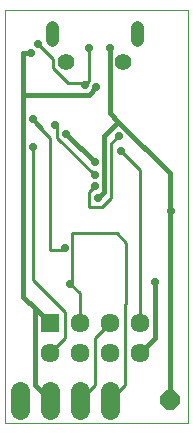
<source format=gbl>
G75*
%MOIN*%
%OFA0B0*%
%FSLAX24Y24*%
%IPPOS*%
%LPD*%
%AMOC8*
5,1,8,0,0,1.08239X$1,22.5*
%
%ADD10C,0.0000*%
%ADD11R,0.0634X0.0634*%
%ADD12C,0.0634*%
%ADD13C,0.0640*%
%ADD14OC8,0.0640*%
%ADD15C,0.0555*%
%ADD16C,0.0437*%
%ADD17C,0.0100*%
%ADD18C,0.0280*%
%ADD19C,0.0160*%
D10*
X001875Y000160D02*
X001875Y013906D01*
X007995Y013906D01*
X007995Y000160D01*
X001875Y000160D01*
X003359Y012965D02*
X003359Y013280D01*
X003360Y013280D02*
X003361Y013297D01*
X003366Y013314D01*
X003373Y013329D01*
X003383Y013343D01*
X003395Y013355D01*
X003409Y013365D01*
X003424Y013372D01*
X003441Y013377D01*
X003458Y013378D01*
X003475Y013377D01*
X003492Y013372D01*
X003507Y013365D01*
X003521Y013355D01*
X003533Y013343D01*
X003543Y013329D01*
X003550Y013314D01*
X003555Y013297D01*
X003556Y013280D01*
X003556Y012965D01*
X003458Y012867D02*
X003441Y012868D01*
X003424Y012873D01*
X003409Y012880D01*
X003395Y012890D01*
X003383Y012902D01*
X003373Y012916D01*
X003366Y012931D01*
X003361Y012948D01*
X003360Y012965D01*
X003458Y012867D02*
X003475Y012868D01*
X003492Y012873D01*
X003507Y012880D01*
X003521Y012890D01*
X003533Y012902D01*
X003543Y012916D01*
X003550Y012931D01*
X003555Y012948D01*
X003556Y012965D01*
X006194Y012965D02*
X006194Y013280D01*
X006195Y013297D01*
X006200Y013314D01*
X006207Y013329D01*
X006217Y013343D01*
X006229Y013355D01*
X006243Y013365D01*
X006258Y013372D01*
X006275Y013377D01*
X006292Y013378D01*
X006309Y013377D01*
X006326Y013372D01*
X006341Y013365D01*
X006355Y013355D01*
X006367Y013343D01*
X006377Y013329D01*
X006384Y013314D01*
X006389Y013297D01*
X006390Y013280D01*
X006391Y013280D02*
X006391Y012965D01*
X006292Y012867D02*
X006275Y012868D01*
X006258Y012873D01*
X006243Y012880D01*
X006229Y012890D01*
X006217Y012902D01*
X006207Y012916D01*
X006200Y012931D01*
X006195Y012948D01*
X006194Y012965D01*
X006292Y012867D02*
X006309Y012868D01*
X006326Y012873D01*
X006341Y012880D01*
X006355Y012890D01*
X006367Y012902D01*
X006377Y012916D01*
X006384Y012931D01*
X006389Y012948D01*
X006390Y012965D01*
D11*
X003375Y003473D03*
D12*
X003375Y002473D03*
X004375Y002473D03*
X004375Y003473D03*
X005375Y003473D03*
X005375Y002473D03*
X006375Y002473D03*
X006375Y003473D03*
D13*
X005375Y001230D02*
X005375Y000590D01*
X004375Y000590D02*
X004375Y001230D01*
X003375Y001230D02*
X003375Y000590D01*
X002375Y000590D02*
X002375Y001230D01*
D14*
X007375Y000910D03*
D15*
X005830Y012178D03*
X003920Y012178D03*
D16*
X003458Y012904D02*
X003458Y013341D01*
X006292Y013341D02*
X006292Y012904D01*
D17*
X004688Y012660D02*
X004688Y011535D01*
X004563Y011410D01*
X004563Y011473D01*
X004000Y011473D01*
X003500Y011973D01*
X003500Y012285D01*
X003000Y012785D01*
X002813Y010285D02*
X002875Y010160D01*
X003375Y009660D01*
X003375Y005910D01*
X003875Y005910D01*
X003875Y005973D01*
X004125Y006473D02*
X004125Y004785D01*
X004063Y004785D01*
X004375Y004473D01*
X004375Y003473D01*
X004875Y002973D02*
X004875Y001410D01*
X004375Y000910D01*
X005375Y000910D02*
X005875Y001410D01*
X005875Y004098D01*
X005938Y004160D01*
X005938Y006160D01*
X005625Y006473D01*
X004125Y006473D01*
X004688Y007348D02*
X004688Y007848D01*
X004875Y008035D01*
X004875Y008410D02*
X003625Y009660D01*
X003625Y010035D01*
X003563Y010098D01*
X003125Y009973D02*
X002813Y010285D01*
X002813Y009348D02*
X002813Y004910D01*
X003875Y003848D01*
X003875Y002973D01*
X003375Y002473D01*
X004875Y002973D02*
X005375Y003473D01*
X006375Y003473D02*
X006375Y008598D01*
X005750Y009223D01*
X005438Y009473D02*
X005688Y009723D01*
X005438Y009473D02*
X005438Y007660D01*
X005125Y007348D01*
X004688Y007348D01*
D18*
X005000Y007660D03*
X004875Y008035D03*
X004875Y008410D03*
X004875Y008848D03*
X005688Y009723D03*
X005750Y009223D03*
X004938Y011348D03*
X004563Y011410D03*
X004688Y012660D03*
X005375Y012660D03*
X003938Y009785D03*
X003563Y010098D03*
X002813Y010285D03*
X002813Y009348D03*
X002750Y012473D03*
X003000Y012785D03*
X003875Y005973D03*
X004063Y004785D03*
X006875Y004848D03*
X007438Y007223D03*
D19*
X007375Y007223D01*
X007375Y008473D01*
X005656Y010191D01*
X005188Y009723D01*
X005188Y007848D01*
X005000Y007660D01*
X004875Y008848D02*
X003938Y009785D01*
X004688Y011098D02*
X002500Y011098D01*
X002500Y012473D01*
X002750Y012473D01*
X002500Y011098D02*
X002500Y004348D01*
X002906Y003941D01*
X002875Y003910D01*
X002875Y001410D01*
X003375Y000910D01*
X003375Y003473D02*
X002906Y003941D01*
X006375Y002473D02*
X006875Y002973D01*
X006875Y004848D01*
X007375Y007223D02*
X007375Y000910D01*
X005656Y010191D02*
X005375Y010473D01*
X005375Y012660D01*
X004938Y011348D02*
X004688Y011098D01*
M02*

</source>
